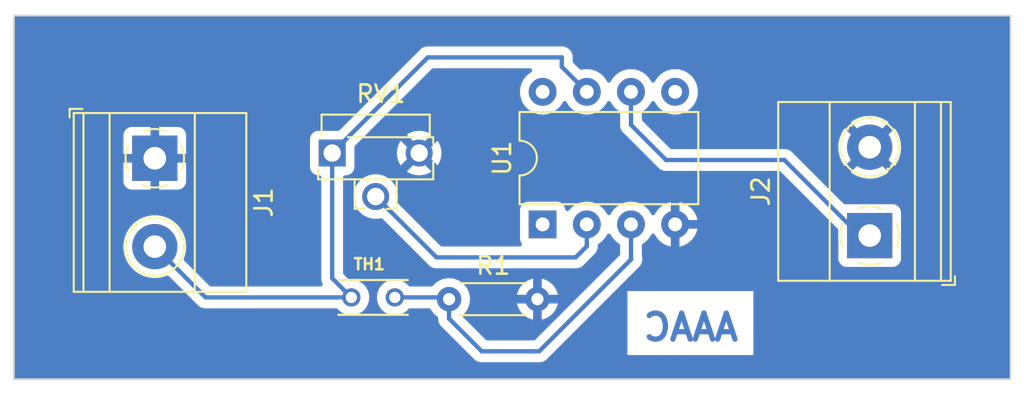
<source format=kicad_pcb>
(kicad_pcb (version 20221018) (generator pcbnew)
  (layers (0 "F.Cu" signal) (31 "B.Cu" signal) (34 "B.Paste" user) (35 "F.Paste" user) (36 "B.SilkS" user "B.Silkscreen") (37 "F.SilkS" user "F.Silkscreen") (38 "B.Mask" user) (39 "F.Mask" user) (44 "Edge.Cuts" user))
  (net 0 "")
  (net 2 "Net-(U1--)")
  (net 3 "Net-(U1-+)")
  (net 4 "GND")
  (net 6 "Net-(J2-Pin_1)")
  (net 7 "+9V")
  (footprint "Package_DIP:DIP-8_W7.62mm" (layer "F.Cu") (at 122.9 75.7 90)
    (fp_text reference "U1" (at 3.81 -2.33 90) (layer "F.SilkS"))
    (fp_text value "LM741")
    (fp_line (start 1.16 -1.33) (end 1.16 8.95) (stroke (width 0.12)) (layer "F.SilkS"))
    (fp_line (start 1.16 8.95) (end 6.46 8.95) (stroke (width 0.12)) (layer "F.SilkS"))
    (fp_line (start 2.81 -1.33) (end 1.16 -1.33) (stroke (width 0.12)) (layer "F.SilkS"))
    (fp_line (start 6.46 -1.33) (end 4.81 -1.33) (stroke (width 0.12)) (layer "F.SilkS"))
    (fp_line (start 6.46 8.95) (end 6.46 -1.33) (stroke (width 0.12)) (layer "F.SilkS"))
    (fp_arc (start 4.81 -1.33) (mid 3.81 -0.33) (end 2.81 -1.33) (stroke (width 0.12)) (layer "F.SilkS"))
    (pad "1" thru_hole rect (at 0 0 90) (size 1.6 1.6) (drill 0.8) (layers "*.Cu" "*.Mask"))
    (pad "2" thru_hole oval (at 0 2.54 90) (size 1.6 1.6) (drill 0.8) (layers "*.Cu" "*.Mask") (net 2 "Net-(U1--)"))
    (pad "3" thru_hole oval (at 0 5.08 90) (size 1.6 1.6) (drill 0.8) (layers "*.Cu" "*.Mask") (net 3 "Net-(U1-+)"))
    (pad "4" thru_hole oval (at 0 7.62 90) (size 1.6 1.6) (drill 0.8) (layers "*.Cu" "*.Mask") (net 4 "GND"))
    (pad "5" thru_hole oval (at 7.62 7.62 90) (size 1.6 1.6) (drill 0.8) (layers "*.Cu" "*.Mask"))
    (pad "6" thru_hole oval (at 7.62 5.08 90) (size 1.6 1.6) (drill 0.8) (layers "*.Cu" "*.Mask") (net 6 "Net-(J2-Pin_1)"))
    (pad "7" thru_hole oval (at 7.62 2.54 90) (size 1.6 1.6) (drill 0.8) (layers "*.Cu" "*.Mask") (net 7 "+9V"))
    (pad "8" thru_hole oval (at 7.62 0 90) (size 1.6 1.6) (drill 0.8) (layers "*.Cu" "*.Mask"))
  )
  (footprint "Potentiometer_THT:Potentiometer_Runtron_RM-063_Horizontal" (layer "F.Cu") (at 110.8 71.6)
    (fp_text reference "RV1" (at 2.8 -3.4) (layer "F.SilkS"))
    (fp_text value "10k")
    (fp_line (start -0.81 0.96) (end -0.81 1.51) (stroke (width 0.12)) (layer "F.SilkS"))
    (fp_line (start -0.81 1.51) (end 5.81 1.51) (stroke (width 0.12)) (layer "F.SilkS"))
    (fp_line (start -0.61 -2.21) (end 5.61 -2.21) (stroke (width 0.12)) (layer "F.SilkS"))
    (fp_line (start -0.61 -0.96) (end -0.61 -2.2) (stroke (width 0.12)) (layer "F.SilkS"))
    (fp_line (start 0.9 -0.91) (end 4.7 -0.91) (stroke (width 0.12)) (layer "F.SilkS"))
    (fp_line (start 1.29 1.51) (end 1.29 3.21) (stroke (width 0.12)) (layer "F.SilkS"))
    (fp_line (start 1.29 3.21) (end 1.86 3.21) (stroke (width 0.12)) (layer "F.SilkS"))
    (fp_line (start 3.14 3.21) (end 3.71 3.21) (stroke (width 0.12)) (layer "F.SilkS"))
    (fp_line (start 3.71 1.51) (end 3.71 3.21) (stroke (width 0.12)) (layer "F.SilkS"))
    (fp_line (start 5.29 -0.91) (end 5.81 -0.91) (stroke (width 0.12)) (layer "F.SilkS"))
    (fp_line (start 5.61 -2.21) (end 5.61 -0.91) (stroke (width 0.12)) (layer "F.SilkS"))
    (fp_line (start 5.81 -0.91) (end 5.81 -0.52) (stroke (width 0.12)) (layer "F.SilkS"))
    (fp_line (start 5.81 1.51) (end 5.81 0.52) (stroke (width 0.12)) (layer "F.SilkS"))
    (pad "1" thru_hole rect (at 0 0) (size 1.55 1.55) (drill 1) (layers "*.Cu" "*.Mask") (net 7 "+9V"))
    (pad "2" thru_hole circle (at 2.5 2.5) (size 1.55 1.55) (drill 1) (layers "*.Cu" "*.Mask") (net 2 "Net-(U1--)"))
    (pad "3" thru_hole circle (at 5 0) (size 1.55 1.55) (drill 1) (layers "*.Cu" "*.Mask") (net 4 "GND"))
  )
  (footprint "Thermistor:THERM_NXRT15WB473FA1B020" (layer "F.Cu") (at 113.15 79.9)
    (fp_text reference "TH1" (at -0.218 -1.9064) (layer "F.SilkS") (effects (font (size 0.64 0.64))))
    (fp_text value "Thermistor")
    (fp_line (start -2 1) (end 2 1) (stroke (width 0.127)) (layer "F.SilkS"))
    (fp_line (start 2 -1) (end -2 -1) (stroke (width 0.127)) (layer "F.SilkS"))
    (pad "1" thru_hole circle (at -1.25 0) (size 1.05 1.05) (drill 0.65) (layers "*.Cu" "*.Mask") (net 7 "+9V"))
    (pad "2" thru_hole circle (at 1.25 0) (size 1.05 1.05) (drill 0.65) (layers "*.Cu" "*.Mask") (net 3 "Net-(U1-+)"))
  )
  (footprint "TerminalBlock_Phoenix:TerminalBlock_Phoenix_MKDS-1,5-2-5.08_1x02_P5.08mm_Horizontal" (layer "F.Cu") (at 100.6 71.9 -90)
    (fp_text reference "J1" (at 2.54 -6.26 90) (layer "F.SilkS"))
    (fp_text value "Screw_Terminal_01x02")
    (fp_line (start -2.84 4.16) (end -2.84 4.9) (stroke (width 0.12)) (layer "F.SilkS"))
    (fp_line (start -2.84 4.9) (end -2.34 4.9) (stroke (width 0.12)) (layer "F.SilkS"))
    (fp_line (start -2.6 -5.261) (end -2.6 4.66) (stroke (width 0.12)) (layer "F.SilkS"))
    (fp_line (start -2.6 -5.261) (end 7.68 -5.261) (stroke (width 0.12)) (layer "F.SilkS"))
    (fp_line (start -2.6 -2.301) (end 7.68 -2.301) (stroke (width 0.12)) (layer "F.SilkS"))
    (fp_line (start -2.6 2.6) (end 7.68 2.6) (stroke (width 0.12)) (layer "F.SilkS"))
    (fp_line (start -2.6 4.1) (end 7.68 4.1) (stroke (width 0.12)) (layer "F.SilkS"))
    (fp_line (start -2.6 4.66) (end 7.68 4.66) (stroke (width 0.12)) (layer "F.SilkS"))
    (fp_line (start 3.853 1.023) (end 3.806 1.069) (stroke (width 0.12)) (layer "F.SilkS"))
    (fp_line (start 4.046 1.239) (end 4.011 1.274) (stroke (width 0.12)) (layer "F.SilkS"))
    (fp_line (start 6.15 -1.275) (end 6.115 -1.239) (stroke (width 0.12)) (layer "F.SilkS"))
    (fp_line (start 6.355 -1.069) (end 6.308 -1.023) (stroke (width 0.12)) (layer "F.SilkS"))
    (fp_line (start 7.68 -5.261) (end 7.68 4.66) (stroke (width 0.12)) (layer "F.SilkS"))
    (fp_arc (start -1.535427 0.683042) (mid -1.680501 -0.000524) (end -1.535 -0.684) (stroke (width 0.12)) (layer "F.SilkS"))
    (fp_arc (start -0.683042 -1.535427) (mid 0.000524 -1.680501) (end 0.684 -1.535) (stroke (width 0.12)) (layer "F.SilkS"))
    (fp_arc (start 0.028805 1.680253) (mid -0.335551 1.646659) (end -0.684 1.535) (stroke (width 0.12)) (layer "F.SilkS"))
    (fp_arc (start 0.683318 1.534756) (mid 0.349292 1.643288) (end 0 1.68) (stroke (width 0.12)) (layer "F.SilkS"))
    (fp_arc (start 1.535427 -0.683042) (mid 1.680501 0.000524) (end 1.535 0.684) (stroke (width 0.12)) (layer "F.SilkS"))
    (fp_circle (center 5.08 0) (end 6.76 0) (stroke (width 0.12)) (fill none) (layer "F.SilkS"))
    (pad "1" thru_hole rect (at 0 0 270) (size 2.6 2.6) (drill 1.3) (layers "*.Cu" "*.Mask") (net 4 "GND"))
    (pad "2" thru_hole circle (at 5.08 0 270) (size 2.6 2.6) (drill 1.3) (layers "*.Cu" "*.Mask") (net 7 "+9V"))
  )
  (footprint "Resistor_THT:R_Axial_DIN0204_L3.6mm_D1.6mm_P5.08mm_Horizontal" (layer "F.Cu") (at 117.52 80)
    (fp_text reference "R1" (at 2.54 -1.92) (layer "F.SilkS"))
    (fp_text value "10k")
    (fp_line (start 0.62 -0.92) (end 4.46 -0.92) (stroke (width 0.12)) (layer "F.SilkS"))
    (fp_line (start 0.62 0.92) (end 4.46 0.92) (stroke (width 0.12)) (layer "F.SilkS"))
    (pad "1" thru_hole circle (at 0 0) (size 1.4 1.4) (drill 0.7) (layers "*.Cu" "*.Mask") (net 3 "Net-(U1-+)"))
    (pad "2" thru_hole oval (at 5.08 0) (size 1.4 1.4) (drill 0.7) (layers "*.Cu" "*.Mask") (net 4 "GND"))
  )
  (footprint "TerminalBlock_Phoenix:TerminalBlock_Phoenix_MKDS-1,5-2-5.08_1x02_P5.08mm_Horizontal" (layer "F.Cu") (at 141.705 76.345 90)
    (fp_text reference "J2" (at 2.54 -6.26 90) (layer "F.SilkS"))
    (fp_text value "Screw_Terminal_01x02")
    (fp_line (start -2.84 4.16) (end -2.84 4.9) (stroke (width 0.12)) (layer "F.SilkS"))
    (fp_line (start -2.84 4.9) (end -2.34 4.9) (stroke (width 0.12)) (layer "F.SilkS"))
    (fp_line (start -2.6 -5.261) (end -2.6 4.66) (stroke (width 0.12)) (layer "F.SilkS"))
    (fp_line (start -2.6 -5.261) (end 7.68 -5.261) (stroke (width 0.12)) (layer "F.SilkS"))
    (fp_line (start -2.6 -2.301) (end 7.68 -2.301) (stroke (width 0.12)) (layer "F.SilkS"))
    (fp_line (start -2.6 2.6) (end 7.68 2.6) (stroke (width 0.12)) (layer "F.SilkS"))
    (fp_line (start -2.6 4.1) (end 7.68 4.1) (stroke (width 0.12)) (layer "F.SilkS"))
    (fp_line (start -2.6 4.66) (end 7.68 4.66) (stroke (width 0.12)) (layer "F.SilkS"))
    (fp_line (start 3.853 1.023) (end 3.806 1.069) (stroke (width 0.12)) (layer "F.SilkS"))
    (fp_line (start 4.046 1.239) (end 4.011 1.274) (stroke (width 0.12)) (layer "F.SilkS"))
    (fp_line (start 6.15 -1.275) (end 6.115 -1.239) (stroke (width 0.12)) (layer "F.SilkS"))
    (fp_line (start 6.355 -1.069) (end 6.308 -1.023) (stroke (width 0.12)) (layer "F.SilkS"))
    (fp_line (start 7.68 -5.261) (end 7.68 4.66) (stroke (width 0.12)) (layer "F.SilkS"))
    (fp_arc (start -1.535427 0.683042) (mid -1.680501 -0.000524) (end -1.535 -0.684) (stroke (width 0.12)) (layer "F.SilkS"))
    (fp_arc (start -0.683042 -1.535427) (mid 0.000524 -1.680501) (end 0.684 -1.535) (stroke (width 0.12)) (layer "F.SilkS"))
    (fp_arc (start 0.028805 1.680253) (mid -0.335551 1.646659) (end -0.684 1.535) (stroke (width 0.12)) (layer "F.SilkS"))
    (fp_arc (start 0.683318 1.534756) (mid 0.349292 1.643288) (end 0 1.68) (stroke (width 0.12)) (layer "F.SilkS"))
    (fp_arc (start 1.535427 -0.683042) (mid 1.680501 0.000524) (end 1.535 0.684) (stroke (width 0.12)) (layer "F.SilkS"))
    (fp_circle (center 5.08 0) (end 6.76 0) (stroke (width 0.12)) (fill none) (layer "F.SilkS"))
    (pad "1" thru_hole rect (at 0 0 90) (size 2.6 2.6) (drill 1.3) (layers "*.Cu" "*.Mask") (net 6 "Net-(J2-Pin_1)"))
    (pad "2" thru_hole circle (at 5.08 0 90) (size 2.6 2.6) (drill 1.3) (layers "*.Cu" "*.Mask") (net 4 "GND"))
  )
  (gr_rect (start 92.5 63.7) (end 149.8 84.6) (stroke (width 0.1)) (fill none) (layer "Edge.Cuts"))
  (gr_text "AAAC" (at 134.3 82.5) (layer "B.Cu") (effects (font (size 1.5 1.5) (thickness 0.3) bold) (justify left bottom mirror)))
  (segment (start 124.8 77.6) (end 125.44 76.96) (width 0.25) (layer "B.Cu") (net 2))
  (segment (start 113.3 74.1) (end 116.8 77.6) (width 0.25) (layer "B.Cu") (net 2))
  (segment (start 116.8 77.6) (end 124.8 77.6) (width 0.25) (layer "B.Cu") (net 2))
  (segment (start 125.44 76.96) (end 125.44 75.7) (width 0.25) (layer "B.Cu") (net 2))
  (segment (start 119.4 83) (end 122.7 83) (width 0.25) (layer "B.Cu") (net 3))
  (segment (start 127.98 77.68) (end 127.98 75.7) (width 0.25) (layer "B.Cu") (net 3))
  (segment (start 128 77.7) (end 127.98 77.68) (width 0.25) (layer "B.Cu") (net 3))
  (segment (start 122.7 83) (end 128 77.7) (width 0.25) (layer "B.Cu") (net 3))
  (segment (start 117.42 79.9) (end 117.52 80) (width 0.25) (layer "B.Cu") (net 3))
  (segment (start 117.52 80) (end 117.52 81.12) (width 0.25) (layer "B.Cu") (net 3))
  (segment (start 117.52 81.12) (end 119.4 83) (width 0.25) (layer "B.Cu") (net 3))
  (segment (start 114.4 79.9) (end 117.42 79.9) (width 0.25) (layer "B.Cu") (net 3))
  (segment (start 141.145 76.345) (end 141.705 76.345) (width 0.25) (layer "B.Cu") (net 6))
  (segment (start 136.8 72) (end 141.145 76.345) (width 0.25) (layer "B.Cu") (net 6))
  (segment (start 127.98 68.08) (end 127.98 69.98) (width 0.25) (layer "B.Cu") (net 6))
  (segment (start 127.98 69.98) (end 130 72) (width 0.25) (layer "B.Cu") (net 6))
  (segment (start 130 72) (end 136.8 72) (width 0.25) (layer "B.Cu") (net 6))
  (segment (start 100.6 76.98) (end 103.52 79.9) (width 0.25) (layer "B.Cu") (net 7))
  (segment (start 124 66.1) (end 124 66.64) (width 0.25) (layer "B.Cu") (net 7))
  (segment (start 103.52 79.9) (end 111.9 79.9) (width 0.25) (layer "B.Cu") (net 7))
  (segment (start 110.8 71.6) (end 110.8 78.8) (width 0.25) (layer "B.Cu") (net 7))
  (segment (start 116.3 66.1) (end 124 66.1) (width 0.25) (layer "B.Cu") (net 7))
  (segment (start 110.8 78.8) (end 111.9 79.9) (width 0.25) (layer "B.Cu") (net 7))
  (segment (start 124 66.64) (end 125.44 68.08) (width 0.25) (layer "B.Cu") (net 7))
  (segment (start 110.7 71.7) (end 110.8 71.6) (width 0.25) (layer "B.Cu") (net 7))
  (segment (start 110.8 71.6) (end 116.3 66.1) (width 0.25) (layer "B.Cu") (net 7))
  (zone (net 4) (net_name "GND") (layer "B.Cu") (connect_pads (clearance 0.5)) (min_thickness 0.25) (fill yes (thermal_gap 0.5) (thermal_bridge_width 0.5))
    (polygon (pts (xy 91.7 62.8) (xy 150.6 62.8) (xy 150.6 85.8) (xy 91.8 85.8)))
  )
)
</source>
